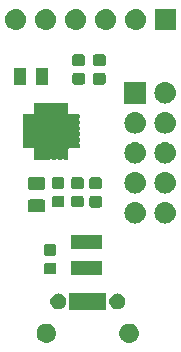
<source format=gbr>
G04 #@! TF.GenerationSoftware,KiCad,Pcbnew,(5.1.2)-1*
G04 #@! TF.CreationDate,2020-05-23T15:23:26+09:00*
G04 #@! TF.ProjectId,cp,63702e6b-6963-4616-945f-706362585858,v1.1*
G04 #@! TF.SameCoordinates,Original*
G04 #@! TF.FileFunction,Soldermask,Top*
G04 #@! TF.FilePolarity,Negative*
%FSLAX46Y46*%
G04 Gerber Fmt 4.6, Leading zero omitted, Abs format (unit mm)*
G04 Created by KiCad (PCBNEW (5.1.2)-1) date 2020-05-23 15:23:26*
%MOMM*%
%LPD*%
G04 APERTURE LIST*
%ADD10C,0.100000*%
G04 APERTURE END LIST*
D10*
G36*
X123701248Y-147879976D02*
G01*
X123761924Y-147885952D01*
X123917626Y-147933184D01*
X123917628Y-147933185D01*
X124061121Y-148009883D01*
X124186896Y-148113104D01*
X124290117Y-148238879D01*
X124366815Y-148382372D01*
X124366816Y-148382374D01*
X124414048Y-148538076D01*
X124429996Y-148700000D01*
X124414048Y-148861924D01*
X124366816Y-149017626D01*
X124366815Y-149017628D01*
X124290117Y-149161121D01*
X124186896Y-149286896D01*
X124061121Y-149390117D01*
X123917628Y-149466815D01*
X123917626Y-149466816D01*
X123761924Y-149514048D01*
X123701248Y-149520024D01*
X123640574Y-149526000D01*
X123559426Y-149526000D01*
X123498752Y-149520024D01*
X123438076Y-149514048D01*
X123282374Y-149466816D01*
X123282372Y-149466815D01*
X123138879Y-149390117D01*
X123013104Y-149286896D01*
X122909883Y-149161121D01*
X122833185Y-149017628D01*
X122833184Y-149017626D01*
X122785952Y-148861924D01*
X122770004Y-148700000D01*
X122785952Y-148538076D01*
X122833184Y-148382374D01*
X122833185Y-148382372D01*
X122909883Y-148238879D01*
X123013104Y-148113104D01*
X123138879Y-148009883D01*
X123282372Y-147933185D01*
X123282374Y-147933184D01*
X123438076Y-147885952D01*
X123498752Y-147879976D01*
X123559426Y-147874000D01*
X123640574Y-147874000D01*
X123701248Y-147879976D01*
X123701248Y-147879976D01*
G37*
G36*
X116701248Y-147879976D02*
G01*
X116761924Y-147885952D01*
X116917626Y-147933184D01*
X116917628Y-147933185D01*
X117061121Y-148009883D01*
X117186896Y-148113104D01*
X117290117Y-148238879D01*
X117366815Y-148382372D01*
X117366816Y-148382374D01*
X117414048Y-148538076D01*
X117429996Y-148700000D01*
X117414048Y-148861924D01*
X117366816Y-149017626D01*
X117366815Y-149017628D01*
X117290117Y-149161121D01*
X117186896Y-149286896D01*
X117061121Y-149390117D01*
X116917628Y-149466815D01*
X116917626Y-149466816D01*
X116761924Y-149514048D01*
X116701248Y-149520024D01*
X116640574Y-149526000D01*
X116559426Y-149526000D01*
X116498752Y-149520024D01*
X116438076Y-149514048D01*
X116282374Y-149466816D01*
X116282372Y-149466815D01*
X116138879Y-149390117D01*
X116013104Y-149286896D01*
X115909883Y-149161121D01*
X115833185Y-149017628D01*
X115833184Y-149017626D01*
X115785952Y-148861924D01*
X115770004Y-148700000D01*
X115785952Y-148538076D01*
X115833184Y-148382374D01*
X115833185Y-148382372D01*
X115909883Y-148238879D01*
X116013104Y-148113104D01*
X116138879Y-148009883D01*
X116282372Y-147933185D01*
X116282374Y-147933184D01*
X116438076Y-147885952D01*
X116498752Y-147879976D01*
X116559426Y-147874000D01*
X116640574Y-147874000D01*
X116701248Y-147879976D01*
X116701248Y-147879976D01*
G37*
G36*
X121651000Y-146726000D02*
G01*
X118549000Y-146726000D01*
X118549000Y-145274000D01*
X121651000Y-145274000D01*
X121651000Y-146726000D01*
X121651000Y-146726000D01*
G37*
G36*
X117732517Y-145333781D02*
G01*
X117859946Y-145372436D01*
X117977383Y-145435208D01*
X118080317Y-145519683D01*
X118164792Y-145622617D01*
X118227564Y-145740054D01*
X118266219Y-145867483D01*
X118279270Y-146000000D01*
X118266219Y-146132517D01*
X118227564Y-146259946D01*
X118164792Y-146377383D01*
X118080317Y-146480317D01*
X117977383Y-146564792D01*
X117859946Y-146627564D01*
X117732517Y-146666219D01*
X117633205Y-146676000D01*
X117566795Y-146676000D01*
X117467483Y-146666219D01*
X117340054Y-146627564D01*
X117222617Y-146564792D01*
X117119683Y-146480317D01*
X117035208Y-146377383D01*
X116972436Y-146259946D01*
X116933781Y-146132517D01*
X116920730Y-146000000D01*
X116933781Y-145867483D01*
X116972436Y-145740054D01*
X117035208Y-145622617D01*
X117119683Y-145519683D01*
X117222617Y-145435208D01*
X117340054Y-145372436D01*
X117467483Y-145333781D01*
X117566795Y-145324000D01*
X117633205Y-145324000D01*
X117732517Y-145333781D01*
X117732517Y-145333781D01*
G37*
G36*
X122732517Y-145333781D02*
G01*
X122859946Y-145372436D01*
X122977383Y-145435208D01*
X123080317Y-145519683D01*
X123164792Y-145622617D01*
X123227564Y-145740054D01*
X123266219Y-145867483D01*
X123279270Y-146000000D01*
X123266219Y-146132517D01*
X123227564Y-146259946D01*
X123164792Y-146377383D01*
X123080317Y-146480317D01*
X122977383Y-146564792D01*
X122859946Y-146627564D01*
X122732517Y-146666219D01*
X122633205Y-146676000D01*
X122566795Y-146676000D01*
X122467483Y-146666219D01*
X122340054Y-146627564D01*
X122222617Y-146564792D01*
X122119683Y-146480317D01*
X122035208Y-146377383D01*
X121972436Y-146259946D01*
X121933781Y-146132517D01*
X121920730Y-146000000D01*
X121933781Y-145867483D01*
X121972436Y-145740054D01*
X122035208Y-145622617D01*
X122119683Y-145519683D01*
X122222617Y-145435208D01*
X122340054Y-145372436D01*
X122467483Y-145333781D01*
X122566795Y-145324000D01*
X122633205Y-145324000D01*
X122732517Y-145333781D01*
X122732517Y-145333781D01*
G37*
G36*
X121296000Y-143761000D02*
G01*
X118644000Y-143761000D01*
X118644000Y-142599000D01*
X121296000Y-142599000D01*
X121296000Y-143761000D01*
X121296000Y-143761000D01*
G37*
G36*
X117299591Y-142733085D02*
G01*
X117333569Y-142743393D01*
X117364890Y-142760134D01*
X117392339Y-142782661D01*
X117414866Y-142810110D01*
X117431607Y-142841431D01*
X117441915Y-142875409D01*
X117446000Y-142916890D01*
X117446000Y-143518110D01*
X117441915Y-143559591D01*
X117431607Y-143593569D01*
X117414866Y-143624890D01*
X117392339Y-143652339D01*
X117364890Y-143674866D01*
X117333569Y-143691607D01*
X117299591Y-143701915D01*
X117258110Y-143706000D01*
X116581890Y-143706000D01*
X116540409Y-143701915D01*
X116506431Y-143691607D01*
X116475110Y-143674866D01*
X116447661Y-143652339D01*
X116425134Y-143624890D01*
X116408393Y-143593569D01*
X116398085Y-143559591D01*
X116394000Y-143518110D01*
X116394000Y-142916890D01*
X116398085Y-142875409D01*
X116408393Y-142841431D01*
X116425134Y-142810110D01*
X116447661Y-142782661D01*
X116475110Y-142760134D01*
X116506431Y-142743393D01*
X116540409Y-142733085D01*
X116581890Y-142729000D01*
X117258110Y-142729000D01*
X117299591Y-142733085D01*
X117299591Y-142733085D01*
G37*
G36*
X117299591Y-141158085D02*
G01*
X117333569Y-141168393D01*
X117364890Y-141185134D01*
X117392339Y-141207661D01*
X117414866Y-141235110D01*
X117431607Y-141266431D01*
X117441915Y-141300409D01*
X117446000Y-141341890D01*
X117446000Y-141943110D01*
X117441915Y-141984591D01*
X117431607Y-142018569D01*
X117414866Y-142049890D01*
X117392339Y-142077339D01*
X117364890Y-142099866D01*
X117333569Y-142116607D01*
X117299591Y-142126915D01*
X117258110Y-142131000D01*
X116581890Y-142131000D01*
X116540409Y-142126915D01*
X116506431Y-142116607D01*
X116475110Y-142099866D01*
X116447661Y-142077339D01*
X116425134Y-142049890D01*
X116408393Y-142018569D01*
X116398085Y-141984591D01*
X116394000Y-141943110D01*
X116394000Y-141341890D01*
X116398085Y-141300409D01*
X116408393Y-141266431D01*
X116425134Y-141235110D01*
X116447661Y-141207661D01*
X116475110Y-141185134D01*
X116506431Y-141168393D01*
X116540409Y-141158085D01*
X116581890Y-141154000D01*
X117258110Y-141154000D01*
X117299591Y-141158085D01*
X117299591Y-141158085D01*
G37*
G36*
X121296000Y-141561000D02*
G01*
X118644000Y-141561000D01*
X118644000Y-140399000D01*
X121296000Y-140399000D01*
X121296000Y-141561000D01*
X121296000Y-141561000D01*
G37*
G36*
X126750442Y-137615518D02*
G01*
X126816627Y-137622037D01*
X126986466Y-137673557D01*
X127142991Y-137757222D01*
X127178729Y-137786552D01*
X127280186Y-137869814D01*
X127356570Y-137962890D01*
X127392778Y-138007009D01*
X127476443Y-138163534D01*
X127527963Y-138333373D01*
X127545359Y-138510000D01*
X127527963Y-138686627D01*
X127476443Y-138856466D01*
X127392778Y-139012991D01*
X127363448Y-139048729D01*
X127280186Y-139150186D01*
X127178729Y-139233448D01*
X127142991Y-139262778D01*
X126986466Y-139346443D01*
X126816627Y-139397963D01*
X126750442Y-139404482D01*
X126684260Y-139411000D01*
X126595740Y-139411000D01*
X126529558Y-139404482D01*
X126463373Y-139397963D01*
X126293534Y-139346443D01*
X126137009Y-139262778D01*
X126101271Y-139233448D01*
X125999814Y-139150186D01*
X125916552Y-139048729D01*
X125887222Y-139012991D01*
X125803557Y-138856466D01*
X125752037Y-138686627D01*
X125734641Y-138510000D01*
X125752037Y-138333373D01*
X125803557Y-138163534D01*
X125887222Y-138007009D01*
X125923430Y-137962890D01*
X125999814Y-137869814D01*
X126101271Y-137786552D01*
X126137009Y-137757222D01*
X126293534Y-137673557D01*
X126463373Y-137622037D01*
X126529558Y-137615518D01*
X126595740Y-137609000D01*
X126684260Y-137609000D01*
X126750442Y-137615518D01*
X126750442Y-137615518D01*
G37*
G36*
X124210442Y-137615518D02*
G01*
X124276627Y-137622037D01*
X124446466Y-137673557D01*
X124602991Y-137757222D01*
X124638729Y-137786552D01*
X124740186Y-137869814D01*
X124816570Y-137962890D01*
X124852778Y-138007009D01*
X124936443Y-138163534D01*
X124987963Y-138333373D01*
X125005359Y-138510000D01*
X124987963Y-138686627D01*
X124936443Y-138856466D01*
X124852778Y-139012991D01*
X124823448Y-139048729D01*
X124740186Y-139150186D01*
X124638729Y-139233448D01*
X124602991Y-139262778D01*
X124446466Y-139346443D01*
X124276627Y-139397963D01*
X124210442Y-139404482D01*
X124144260Y-139411000D01*
X124055740Y-139411000D01*
X123989558Y-139404482D01*
X123923373Y-139397963D01*
X123753534Y-139346443D01*
X123597009Y-139262778D01*
X123561271Y-139233448D01*
X123459814Y-139150186D01*
X123376552Y-139048729D01*
X123347222Y-139012991D01*
X123263557Y-138856466D01*
X123212037Y-138686627D01*
X123194641Y-138510000D01*
X123212037Y-138333373D01*
X123263557Y-138163534D01*
X123347222Y-138007009D01*
X123383430Y-137962890D01*
X123459814Y-137869814D01*
X123561271Y-137786552D01*
X123597009Y-137757222D01*
X123753534Y-137673557D01*
X123923373Y-137622037D01*
X123989558Y-137615518D01*
X124055740Y-137609000D01*
X124144260Y-137609000D01*
X124210442Y-137615518D01*
X124210442Y-137615518D01*
G37*
G36*
X116344468Y-137363565D02*
G01*
X116383138Y-137375296D01*
X116418777Y-137394346D01*
X116450017Y-137419983D01*
X116475654Y-137451223D01*
X116494704Y-137486862D01*
X116506435Y-137525532D01*
X116511000Y-137571888D01*
X116511000Y-138223112D01*
X116506435Y-138269468D01*
X116494704Y-138308138D01*
X116475654Y-138343777D01*
X116450017Y-138375017D01*
X116418777Y-138400654D01*
X116383138Y-138419704D01*
X116344468Y-138431435D01*
X116298112Y-138436000D01*
X115221888Y-138436000D01*
X115175532Y-138431435D01*
X115136862Y-138419704D01*
X115101223Y-138400654D01*
X115069983Y-138375017D01*
X115044346Y-138343777D01*
X115025296Y-138308138D01*
X115013565Y-138269468D01*
X115009000Y-138223112D01*
X115009000Y-137571888D01*
X115013565Y-137525532D01*
X115025296Y-137486862D01*
X115044346Y-137451223D01*
X115069983Y-137419983D01*
X115101223Y-137394346D01*
X115136862Y-137375296D01*
X115175532Y-137363565D01*
X115221888Y-137359000D01*
X116298112Y-137359000D01*
X116344468Y-137363565D01*
X116344468Y-137363565D01*
G37*
G36*
X121139591Y-137083085D02*
G01*
X121173569Y-137093393D01*
X121204890Y-137110134D01*
X121232339Y-137132661D01*
X121254866Y-137160110D01*
X121271607Y-137191431D01*
X121281915Y-137225409D01*
X121286000Y-137266890D01*
X121286000Y-137868110D01*
X121281915Y-137909591D01*
X121271607Y-137943569D01*
X121254866Y-137974890D01*
X121232339Y-138002339D01*
X121204890Y-138024866D01*
X121173569Y-138041607D01*
X121139591Y-138051915D01*
X121098110Y-138056000D01*
X120421890Y-138056000D01*
X120380409Y-138051915D01*
X120346431Y-138041607D01*
X120315110Y-138024866D01*
X120287661Y-138002339D01*
X120265134Y-137974890D01*
X120248393Y-137943569D01*
X120238085Y-137909591D01*
X120234000Y-137868110D01*
X120234000Y-137266890D01*
X120238085Y-137225409D01*
X120248393Y-137191431D01*
X120265134Y-137160110D01*
X120287661Y-137132661D01*
X120315110Y-137110134D01*
X120346431Y-137093393D01*
X120380409Y-137083085D01*
X120421890Y-137079000D01*
X121098110Y-137079000D01*
X121139591Y-137083085D01*
X121139591Y-137083085D01*
G37*
G36*
X119599591Y-137075085D02*
G01*
X119633569Y-137085393D01*
X119664890Y-137102134D01*
X119692339Y-137124661D01*
X119714866Y-137152110D01*
X119731607Y-137183431D01*
X119741915Y-137217409D01*
X119746000Y-137258890D01*
X119746000Y-137860110D01*
X119741915Y-137901591D01*
X119731607Y-137935569D01*
X119714866Y-137966890D01*
X119692339Y-137994339D01*
X119664890Y-138016866D01*
X119633569Y-138033607D01*
X119599591Y-138043915D01*
X119558110Y-138048000D01*
X118881890Y-138048000D01*
X118840409Y-138043915D01*
X118806431Y-138033607D01*
X118775110Y-138016866D01*
X118747661Y-137994339D01*
X118725134Y-137966890D01*
X118708393Y-137935569D01*
X118698085Y-137901591D01*
X118694000Y-137860110D01*
X118694000Y-137258890D01*
X118698085Y-137217409D01*
X118708393Y-137183431D01*
X118725134Y-137152110D01*
X118747661Y-137124661D01*
X118775110Y-137102134D01*
X118806431Y-137085393D01*
X118840409Y-137075085D01*
X118881890Y-137071000D01*
X119558110Y-137071000D01*
X119599591Y-137075085D01*
X119599591Y-137075085D01*
G37*
G36*
X117979591Y-137071085D02*
G01*
X118013569Y-137081393D01*
X118044890Y-137098134D01*
X118072339Y-137120661D01*
X118094866Y-137148110D01*
X118111607Y-137179431D01*
X118121915Y-137213409D01*
X118126000Y-137254890D01*
X118126000Y-137856110D01*
X118121915Y-137897591D01*
X118111607Y-137931569D01*
X118094866Y-137962890D01*
X118072339Y-137990339D01*
X118044890Y-138012866D01*
X118013569Y-138029607D01*
X117979591Y-138039915D01*
X117938110Y-138044000D01*
X117261890Y-138044000D01*
X117220409Y-138039915D01*
X117186431Y-138029607D01*
X117155110Y-138012866D01*
X117127661Y-137990339D01*
X117105134Y-137962890D01*
X117088393Y-137931569D01*
X117078085Y-137897591D01*
X117074000Y-137856110D01*
X117074000Y-137254890D01*
X117078085Y-137213409D01*
X117088393Y-137179431D01*
X117105134Y-137148110D01*
X117127661Y-137120661D01*
X117155110Y-137098134D01*
X117186431Y-137081393D01*
X117220409Y-137071085D01*
X117261890Y-137067000D01*
X117938110Y-137067000D01*
X117979591Y-137071085D01*
X117979591Y-137071085D01*
G37*
G36*
X126750443Y-135075519D02*
G01*
X126816627Y-135082037D01*
X126986466Y-135133557D01*
X127142991Y-135217222D01*
X127178729Y-135246552D01*
X127280186Y-135329814D01*
X127363448Y-135431271D01*
X127392778Y-135467009D01*
X127476443Y-135623534D01*
X127527963Y-135793373D01*
X127545359Y-135970000D01*
X127527963Y-136146627D01*
X127483528Y-136293110D01*
X127476442Y-136316468D01*
X127473367Y-136322220D01*
X127392778Y-136472991D01*
X127386205Y-136481000D01*
X127280186Y-136610186D01*
X127178729Y-136693448D01*
X127142991Y-136722778D01*
X126986466Y-136806443D01*
X126816627Y-136857963D01*
X126750442Y-136864482D01*
X126684260Y-136871000D01*
X126595740Y-136871000D01*
X126529558Y-136864482D01*
X126463373Y-136857963D01*
X126293534Y-136806443D01*
X126137009Y-136722778D01*
X126101271Y-136693448D01*
X125999814Y-136610186D01*
X125893795Y-136481000D01*
X125887222Y-136472991D01*
X125806633Y-136322220D01*
X125803558Y-136316468D01*
X125796472Y-136293110D01*
X125752037Y-136146627D01*
X125734641Y-135970000D01*
X125752037Y-135793373D01*
X125803557Y-135623534D01*
X125887222Y-135467009D01*
X125916552Y-135431271D01*
X125999814Y-135329814D01*
X126101271Y-135246552D01*
X126137009Y-135217222D01*
X126293534Y-135133557D01*
X126463373Y-135082037D01*
X126529557Y-135075519D01*
X126595740Y-135069000D01*
X126684260Y-135069000D01*
X126750443Y-135075519D01*
X126750443Y-135075519D01*
G37*
G36*
X124210443Y-135075519D02*
G01*
X124276627Y-135082037D01*
X124446466Y-135133557D01*
X124602991Y-135217222D01*
X124638729Y-135246552D01*
X124740186Y-135329814D01*
X124823448Y-135431271D01*
X124852778Y-135467009D01*
X124936443Y-135623534D01*
X124987963Y-135793373D01*
X125005359Y-135970000D01*
X124987963Y-136146627D01*
X124943528Y-136293110D01*
X124936442Y-136316468D01*
X124933367Y-136322220D01*
X124852778Y-136472991D01*
X124846205Y-136481000D01*
X124740186Y-136610186D01*
X124638729Y-136693448D01*
X124602991Y-136722778D01*
X124446466Y-136806443D01*
X124276627Y-136857963D01*
X124210442Y-136864482D01*
X124144260Y-136871000D01*
X124055740Y-136871000D01*
X123989558Y-136864482D01*
X123923373Y-136857963D01*
X123753534Y-136806443D01*
X123597009Y-136722778D01*
X123561271Y-136693448D01*
X123459814Y-136610186D01*
X123353795Y-136481000D01*
X123347222Y-136472991D01*
X123266633Y-136322220D01*
X123263558Y-136316468D01*
X123256472Y-136293110D01*
X123212037Y-136146627D01*
X123194641Y-135970000D01*
X123212037Y-135793373D01*
X123263557Y-135623534D01*
X123347222Y-135467009D01*
X123376552Y-135431271D01*
X123459814Y-135329814D01*
X123561271Y-135246552D01*
X123597009Y-135217222D01*
X123753534Y-135133557D01*
X123923373Y-135082037D01*
X123989557Y-135075519D01*
X124055740Y-135069000D01*
X124144260Y-135069000D01*
X124210443Y-135075519D01*
X124210443Y-135075519D01*
G37*
G36*
X116344468Y-135488565D02*
G01*
X116383138Y-135500296D01*
X116418777Y-135519346D01*
X116450017Y-135544983D01*
X116475654Y-135576223D01*
X116494704Y-135611862D01*
X116506435Y-135650532D01*
X116511000Y-135696888D01*
X116511000Y-136348112D01*
X116506435Y-136394468D01*
X116494704Y-136433138D01*
X116475654Y-136468777D01*
X116450017Y-136500017D01*
X116418777Y-136525654D01*
X116383138Y-136544704D01*
X116344468Y-136556435D01*
X116298112Y-136561000D01*
X115221888Y-136561000D01*
X115175532Y-136556435D01*
X115136862Y-136544704D01*
X115101223Y-136525654D01*
X115069983Y-136500017D01*
X115044346Y-136468777D01*
X115025296Y-136433138D01*
X115013565Y-136394468D01*
X115009000Y-136348112D01*
X115009000Y-135696888D01*
X115013565Y-135650532D01*
X115025296Y-135611862D01*
X115044346Y-135576223D01*
X115069983Y-135544983D01*
X115101223Y-135519346D01*
X115136862Y-135500296D01*
X115175532Y-135488565D01*
X115221888Y-135484000D01*
X116298112Y-135484000D01*
X116344468Y-135488565D01*
X116344468Y-135488565D01*
G37*
G36*
X121139591Y-135508085D02*
G01*
X121173569Y-135518393D01*
X121204890Y-135535134D01*
X121232339Y-135557661D01*
X121254866Y-135585110D01*
X121271607Y-135616431D01*
X121281915Y-135650409D01*
X121286000Y-135691890D01*
X121286000Y-136293110D01*
X121281915Y-136334591D01*
X121271607Y-136368569D01*
X121254866Y-136399890D01*
X121232339Y-136427339D01*
X121204890Y-136449866D01*
X121173569Y-136466607D01*
X121139591Y-136476915D01*
X121098110Y-136481000D01*
X120421890Y-136481000D01*
X120380409Y-136476915D01*
X120346431Y-136466607D01*
X120315110Y-136449866D01*
X120287661Y-136427339D01*
X120265134Y-136399890D01*
X120248393Y-136368569D01*
X120238085Y-136334591D01*
X120234000Y-136293110D01*
X120234000Y-135691890D01*
X120238085Y-135650409D01*
X120248393Y-135616431D01*
X120265134Y-135585110D01*
X120287661Y-135557661D01*
X120315110Y-135535134D01*
X120346431Y-135518393D01*
X120380409Y-135508085D01*
X120421890Y-135504000D01*
X121098110Y-135504000D01*
X121139591Y-135508085D01*
X121139591Y-135508085D01*
G37*
G36*
X119599591Y-135500085D02*
G01*
X119633569Y-135510393D01*
X119664890Y-135527134D01*
X119692339Y-135549661D01*
X119714866Y-135577110D01*
X119731607Y-135608431D01*
X119741915Y-135642409D01*
X119746000Y-135683890D01*
X119746000Y-136285110D01*
X119741915Y-136326591D01*
X119731607Y-136360569D01*
X119714866Y-136391890D01*
X119692339Y-136419339D01*
X119664890Y-136441866D01*
X119633569Y-136458607D01*
X119599591Y-136468915D01*
X119558110Y-136473000D01*
X118881890Y-136473000D01*
X118840409Y-136468915D01*
X118806431Y-136458607D01*
X118775110Y-136441866D01*
X118747661Y-136419339D01*
X118725134Y-136391890D01*
X118708393Y-136360569D01*
X118698085Y-136326591D01*
X118694000Y-136285110D01*
X118694000Y-135683890D01*
X118698085Y-135642409D01*
X118708393Y-135608431D01*
X118725134Y-135577110D01*
X118747661Y-135549661D01*
X118775110Y-135527134D01*
X118806431Y-135510393D01*
X118840409Y-135500085D01*
X118881890Y-135496000D01*
X119558110Y-135496000D01*
X119599591Y-135500085D01*
X119599591Y-135500085D01*
G37*
G36*
X117979591Y-135496085D02*
G01*
X118013569Y-135506393D01*
X118044890Y-135523134D01*
X118072339Y-135545661D01*
X118094866Y-135573110D01*
X118111607Y-135604431D01*
X118121915Y-135638409D01*
X118126000Y-135679890D01*
X118126000Y-136281110D01*
X118121915Y-136322591D01*
X118111607Y-136356569D01*
X118094866Y-136387890D01*
X118072339Y-136415339D01*
X118044890Y-136437866D01*
X118013569Y-136454607D01*
X117979591Y-136464915D01*
X117938110Y-136469000D01*
X117261890Y-136469000D01*
X117220409Y-136464915D01*
X117186431Y-136454607D01*
X117155110Y-136437866D01*
X117127661Y-136415339D01*
X117105134Y-136387890D01*
X117088393Y-136356569D01*
X117078085Y-136322591D01*
X117074000Y-136281110D01*
X117074000Y-135679890D01*
X117078085Y-135638409D01*
X117088393Y-135604431D01*
X117105134Y-135573110D01*
X117127661Y-135545661D01*
X117155110Y-135523134D01*
X117186431Y-135506393D01*
X117220409Y-135496085D01*
X117261890Y-135492000D01*
X117938110Y-135492000D01*
X117979591Y-135496085D01*
X117979591Y-135496085D01*
G37*
G36*
X126750442Y-132535518D02*
G01*
X126816627Y-132542037D01*
X126986466Y-132593557D01*
X126986468Y-132593558D01*
X127064729Y-132635390D01*
X127142991Y-132677222D01*
X127160013Y-132691192D01*
X127280186Y-132789814D01*
X127363448Y-132891271D01*
X127392778Y-132927009D01*
X127476443Y-133083534D01*
X127527963Y-133253373D01*
X127545359Y-133430000D01*
X127527963Y-133606627D01*
X127476443Y-133776466D01*
X127392778Y-133932991D01*
X127381547Y-133946676D01*
X127280186Y-134070186D01*
X127178729Y-134153448D01*
X127142991Y-134182778D01*
X126986466Y-134266443D01*
X126816627Y-134317963D01*
X126750443Y-134324481D01*
X126684260Y-134331000D01*
X126595740Y-134331000D01*
X126529557Y-134324481D01*
X126463373Y-134317963D01*
X126293534Y-134266443D01*
X126137009Y-134182778D01*
X126101271Y-134153448D01*
X125999814Y-134070186D01*
X125898453Y-133946676D01*
X125887222Y-133932991D01*
X125803557Y-133776466D01*
X125752037Y-133606627D01*
X125734641Y-133430000D01*
X125752037Y-133253373D01*
X125803557Y-133083534D01*
X125887222Y-132927009D01*
X125916552Y-132891271D01*
X125999814Y-132789814D01*
X126119987Y-132691192D01*
X126137009Y-132677222D01*
X126215272Y-132635389D01*
X126293532Y-132593558D01*
X126293534Y-132593557D01*
X126463373Y-132542037D01*
X126529558Y-132535518D01*
X126595740Y-132529000D01*
X126684260Y-132529000D01*
X126750442Y-132535518D01*
X126750442Y-132535518D01*
G37*
G36*
X124210442Y-132535518D02*
G01*
X124276627Y-132542037D01*
X124446466Y-132593557D01*
X124446468Y-132593558D01*
X124524729Y-132635390D01*
X124602991Y-132677222D01*
X124620013Y-132691192D01*
X124740186Y-132789814D01*
X124823448Y-132891271D01*
X124852778Y-132927009D01*
X124936443Y-133083534D01*
X124987963Y-133253373D01*
X125005359Y-133430000D01*
X124987963Y-133606627D01*
X124936443Y-133776466D01*
X124852778Y-133932991D01*
X124841547Y-133946676D01*
X124740186Y-134070186D01*
X124638729Y-134153448D01*
X124602991Y-134182778D01*
X124446466Y-134266443D01*
X124276627Y-134317963D01*
X124210443Y-134324481D01*
X124144260Y-134331000D01*
X124055740Y-134331000D01*
X123989557Y-134324481D01*
X123923373Y-134317963D01*
X123753534Y-134266443D01*
X123597009Y-134182778D01*
X123561271Y-134153448D01*
X123459814Y-134070186D01*
X123358453Y-133946676D01*
X123347222Y-133932991D01*
X123263557Y-133776466D01*
X123212037Y-133606627D01*
X123194641Y-133430000D01*
X123212037Y-133253373D01*
X123263557Y-133083534D01*
X123347222Y-132927009D01*
X123376552Y-132891271D01*
X123459814Y-132789814D01*
X123579987Y-132691192D01*
X123597009Y-132677222D01*
X123675272Y-132635389D01*
X123753532Y-132593558D01*
X123753534Y-132593557D01*
X123923373Y-132542037D01*
X123989558Y-132535518D01*
X124055740Y-132529000D01*
X124144260Y-132529000D01*
X124210442Y-132535518D01*
X124210442Y-132535518D01*
G37*
G36*
X115905355Y-129200083D02*
G01*
X115910029Y-129201501D01*
X115914330Y-129203800D01*
X115920702Y-129209029D01*
X115941076Y-129222643D01*
X115963715Y-129232020D01*
X115987749Y-129236800D01*
X116012253Y-129236800D01*
X116036286Y-129232019D01*
X116058925Y-129222642D01*
X116079298Y-129209029D01*
X116085670Y-129203800D01*
X116089971Y-129201501D01*
X116094645Y-129200083D01*
X116105641Y-129199000D01*
X116394359Y-129199000D01*
X116405355Y-129200083D01*
X116410029Y-129201501D01*
X116414330Y-129203800D01*
X116420702Y-129209029D01*
X116441076Y-129222643D01*
X116463715Y-129232020D01*
X116487749Y-129236800D01*
X116512253Y-129236800D01*
X116536286Y-129232019D01*
X116558925Y-129222642D01*
X116579298Y-129209029D01*
X116585670Y-129203800D01*
X116589971Y-129201501D01*
X116594645Y-129200083D01*
X116605641Y-129199000D01*
X116894359Y-129199000D01*
X116905355Y-129200083D01*
X116910029Y-129201501D01*
X116914330Y-129203800D01*
X116920702Y-129209029D01*
X116941076Y-129222643D01*
X116963715Y-129232020D01*
X116987749Y-129236800D01*
X117012253Y-129236800D01*
X117036286Y-129232019D01*
X117058925Y-129222642D01*
X117079298Y-129209029D01*
X117085670Y-129203800D01*
X117089971Y-129201501D01*
X117094645Y-129200083D01*
X117105641Y-129199000D01*
X117394359Y-129199000D01*
X117405355Y-129200083D01*
X117410029Y-129201501D01*
X117414330Y-129203800D01*
X117420702Y-129209029D01*
X117441076Y-129222643D01*
X117463715Y-129232020D01*
X117487749Y-129236800D01*
X117512253Y-129236800D01*
X117536286Y-129232019D01*
X117558925Y-129222642D01*
X117579298Y-129209029D01*
X117585670Y-129203800D01*
X117589971Y-129201501D01*
X117594645Y-129200083D01*
X117605641Y-129199000D01*
X117894359Y-129199000D01*
X117905355Y-129200083D01*
X117910029Y-129201501D01*
X117914330Y-129203800D01*
X117920702Y-129209029D01*
X117941076Y-129222643D01*
X117963715Y-129232020D01*
X117987749Y-129236800D01*
X118012253Y-129236800D01*
X118036286Y-129232019D01*
X118058925Y-129222642D01*
X118079298Y-129209029D01*
X118085670Y-129203800D01*
X118089971Y-129201501D01*
X118094645Y-129200083D01*
X118105641Y-129199000D01*
X118394359Y-129199000D01*
X118405355Y-129200083D01*
X118410029Y-129201501D01*
X118414331Y-129203800D01*
X118418104Y-129206896D01*
X118421200Y-129210669D01*
X118423499Y-129214971D01*
X118424917Y-129219645D01*
X118426000Y-129230641D01*
X118426000Y-130049001D01*
X118428402Y-130073387D01*
X118435515Y-130096836D01*
X118447066Y-130118447D01*
X118462611Y-130137389D01*
X118481553Y-130152934D01*
X118503164Y-130164485D01*
X118526613Y-130171598D01*
X118550999Y-130174000D01*
X119369359Y-130174000D01*
X119380355Y-130175083D01*
X119385029Y-130176501D01*
X119389331Y-130178800D01*
X119393104Y-130181896D01*
X119396200Y-130185669D01*
X119398499Y-130189971D01*
X119399917Y-130194645D01*
X119401000Y-130205641D01*
X119401000Y-130494359D01*
X119399917Y-130505355D01*
X119398499Y-130510029D01*
X119396200Y-130514330D01*
X119390971Y-130520702D01*
X119377357Y-130541076D01*
X119367980Y-130563715D01*
X119363200Y-130587749D01*
X119363200Y-130612253D01*
X119367981Y-130636286D01*
X119377358Y-130658925D01*
X119390971Y-130679298D01*
X119396200Y-130685670D01*
X119398499Y-130689971D01*
X119399917Y-130694645D01*
X119401000Y-130705641D01*
X119401000Y-130994359D01*
X119399917Y-131005355D01*
X119398499Y-131010029D01*
X119396200Y-131014330D01*
X119390971Y-131020702D01*
X119377357Y-131041076D01*
X119367980Y-131063715D01*
X119363200Y-131087749D01*
X119363200Y-131112253D01*
X119367981Y-131136286D01*
X119377358Y-131158925D01*
X119390971Y-131179298D01*
X119396200Y-131185670D01*
X119398499Y-131189971D01*
X119399917Y-131194645D01*
X119401000Y-131205641D01*
X119401000Y-131494359D01*
X119399917Y-131505355D01*
X119398499Y-131510029D01*
X119396200Y-131514330D01*
X119390971Y-131520702D01*
X119377357Y-131541076D01*
X119367980Y-131563715D01*
X119363200Y-131587749D01*
X119363200Y-131612253D01*
X119367981Y-131636286D01*
X119377358Y-131658925D01*
X119390971Y-131679298D01*
X119396200Y-131685670D01*
X119398499Y-131689971D01*
X119399917Y-131694645D01*
X119401000Y-131705641D01*
X119401000Y-131994359D01*
X119399917Y-132005355D01*
X119398499Y-132010029D01*
X119396200Y-132014330D01*
X119390971Y-132020702D01*
X119377357Y-132041076D01*
X119367980Y-132063715D01*
X119363200Y-132087749D01*
X119363200Y-132112253D01*
X119367981Y-132136286D01*
X119377358Y-132158925D01*
X119390971Y-132179298D01*
X119396200Y-132185670D01*
X119398499Y-132189971D01*
X119399917Y-132194645D01*
X119401000Y-132205641D01*
X119401000Y-132494359D01*
X119399917Y-132505355D01*
X119398499Y-132510029D01*
X119396200Y-132514330D01*
X119390971Y-132520702D01*
X119377357Y-132541076D01*
X119367980Y-132563715D01*
X119363200Y-132587749D01*
X119363200Y-132612253D01*
X119367981Y-132636286D01*
X119377358Y-132658925D01*
X119390971Y-132679298D01*
X119396200Y-132685670D01*
X119398499Y-132689971D01*
X119399917Y-132694645D01*
X119401000Y-132705641D01*
X119401000Y-132994359D01*
X119399917Y-133005355D01*
X119398499Y-133010029D01*
X119396200Y-133014331D01*
X119393104Y-133018104D01*
X119389331Y-133021200D01*
X119385029Y-133023499D01*
X119380355Y-133024917D01*
X119369359Y-133026000D01*
X118550999Y-133026000D01*
X118526613Y-133028402D01*
X118503164Y-133035515D01*
X118481553Y-133047066D01*
X118462611Y-133062611D01*
X118447066Y-133081553D01*
X118435515Y-133103164D01*
X118428402Y-133126613D01*
X118426000Y-133150999D01*
X118426000Y-133969359D01*
X118424917Y-133980355D01*
X118423499Y-133985029D01*
X118421200Y-133989331D01*
X118418104Y-133993104D01*
X118414331Y-133996200D01*
X118410029Y-133998499D01*
X118405355Y-133999917D01*
X118394359Y-134001000D01*
X118105641Y-134001000D01*
X118094645Y-133999917D01*
X118089971Y-133998499D01*
X118085670Y-133996200D01*
X118079298Y-133990971D01*
X118058924Y-133977357D01*
X118036285Y-133967980D01*
X118012251Y-133963200D01*
X117987747Y-133963200D01*
X117963714Y-133967981D01*
X117941075Y-133977358D01*
X117920702Y-133990971D01*
X117914330Y-133996200D01*
X117910029Y-133998499D01*
X117905355Y-133999917D01*
X117894359Y-134001000D01*
X117605641Y-134001000D01*
X117594645Y-133999917D01*
X117589971Y-133998499D01*
X117585670Y-133996200D01*
X117579298Y-133990971D01*
X117558924Y-133977357D01*
X117536285Y-133967980D01*
X117512251Y-133963200D01*
X117487747Y-133963200D01*
X117463714Y-133967981D01*
X117441075Y-133977358D01*
X117420702Y-133990971D01*
X117414330Y-133996200D01*
X117410029Y-133998499D01*
X117405355Y-133999917D01*
X117394359Y-134001000D01*
X117105641Y-134001000D01*
X117094645Y-133999917D01*
X117089971Y-133998499D01*
X117085670Y-133996200D01*
X117079298Y-133990971D01*
X117058924Y-133977357D01*
X117036285Y-133967980D01*
X117012251Y-133963200D01*
X116987747Y-133963200D01*
X116963714Y-133967981D01*
X116941075Y-133977358D01*
X116920702Y-133990971D01*
X116914330Y-133996200D01*
X116910029Y-133998499D01*
X116905355Y-133999917D01*
X116894359Y-134001000D01*
X116605641Y-134001000D01*
X116594645Y-133999917D01*
X116589971Y-133998499D01*
X116585670Y-133996200D01*
X116579298Y-133990971D01*
X116558924Y-133977357D01*
X116536285Y-133967980D01*
X116512251Y-133963200D01*
X116487747Y-133963200D01*
X116463714Y-133967981D01*
X116441075Y-133977358D01*
X116420702Y-133990971D01*
X116414330Y-133996200D01*
X116410029Y-133998499D01*
X116405355Y-133999917D01*
X116394359Y-134001000D01*
X116105641Y-134001000D01*
X116094645Y-133999917D01*
X116089971Y-133998499D01*
X116085670Y-133996200D01*
X116079298Y-133990971D01*
X116058924Y-133977357D01*
X116036285Y-133967980D01*
X116012251Y-133963200D01*
X115987747Y-133963200D01*
X115963714Y-133967981D01*
X115941075Y-133977358D01*
X115920702Y-133990971D01*
X115914330Y-133996200D01*
X115910029Y-133998499D01*
X115905355Y-133999917D01*
X115894359Y-134001000D01*
X115605641Y-134001000D01*
X115594645Y-133999917D01*
X115589971Y-133998499D01*
X115585669Y-133996200D01*
X115581896Y-133993104D01*
X115578800Y-133989331D01*
X115576501Y-133985029D01*
X115575083Y-133980355D01*
X115574000Y-133969359D01*
X115574000Y-133150999D01*
X115571598Y-133126613D01*
X115564485Y-133103164D01*
X115552934Y-133081553D01*
X115537389Y-133062611D01*
X115518447Y-133047066D01*
X115496836Y-133035515D01*
X115473387Y-133028402D01*
X115449001Y-133026000D01*
X114630641Y-133026000D01*
X114619645Y-133024917D01*
X114614971Y-133023499D01*
X114610669Y-133021200D01*
X114606896Y-133018104D01*
X114603800Y-133014331D01*
X114601501Y-133010029D01*
X114600083Y-133005355D01*
X114599000Y-132994359D01*
X114599000Y-132705641D01*
X114600083Y-132694645D01*
X114601501Y-132689971D01*
X114603800Y-132685670D01*
X114609029Y-132679298D01*
X114622643Y-132658924D01*
X114632020Y-132636285D01*
X114636800Y-132612251D01*
X114636800Y-132587747D01*
X114632019Y-132563714D01*
X114622642Y-132541075D01*
X114609029Y-132520702D01*
X114603800Y-132514330D01*
X114601501Y-132510029D01*
X114600083Y-132505355D01*
X114599000Y-132494359D01*
X114599000Y-132205641D01*
X114600083Y-132194645D01*
X114601501Y-132189971D01*
X114603800Y-132185670D01*
X114609029Y-132179298D01*
X114622643Y-132158924D01*
X114632020Y-132136285D01*
X114636800Y-132112251D01*
X114636800Y-132087747D01*
X114632019Y-132063714D01*
X114622642Y-132041075D01*
X114609029Y-132020702D01*
X114603800Y-132014330D01*
X114601501Y-132010029D01*
X114600083Y-132005355D01*
X114599000Y-131994359D01*
X114599000Y-131705641D01*
X114600083Y-131694645D01*
X114601501Y-131689971D01*
X114603800Y-131685670D01*
X114609029Y-131679298D01*
X114622643Y-131658924D01*
X114632020Y-131636285D01*
X114636800Y-131612251D01*
X114636800Y-131587747D01*
X114632019Y-131563714D01*
X114622642Y-131541075D01*
X114609029Y-131520702D01*
X114603800Y-131514330D01*
X114601501Y-131510029D01*
X114600083Y-131505355D01*
X114599000Y-131494359D01*
X114599000Y-131205641D01*
X114600083Y-131194645D01*
X114601501Y-131189971D01*
X114603800Y-131185670D01*
X114609029Y-131179298D01*
X114622643Y-131158924D01*
X114632020Y-131136285D01*
X114636800Y-131112251D01*
X114636800Y-131087747D01*
X114632019Y-131063714D01*
X114622642Y-131041075D01*
X114609029Y-131020702D01*
X114603800Y-131014330D01*
X114601501Y-131010029D01*
X114600083Y-131005355D01*
X114599000Y-130994359D01*
X114599000Y-130705641D01*
X114600083Y-130694645D01*
X114601501Y-130689971D01*
X114603800Y-130685670D01*
X114609029Y-130679298D01*
X114622643Y-130658924D01*
X114632020Y-130636285D01*
X114636800Y-130612251D01*
X114636800Y-130587747D01*
X114632019Y-130563714D01*
X114622642Y-130541075D01*
X114609029Y-130520702D01*
X114603800Y-130514330D01*
X114601501Y-130510029D01*
X114600083Y-130505355D01*
X114599000Y-130494359D01*
X114599000Y-130205641D01*
X114600083Y-130194645D01*
X114601501Y-130189971D01*
X114603800Y-130185669D01*
X114606896Y-130181896D01*
X114610669Y-130178800D01*
X114614971Y-130176501D01*
X114619645Y-130175083D01*
X114630641Y-130174000D01*
X115449001Y-130174000D01*
X115473387Y-130171598D01*
X115496836Y-130164485D01*
X115518447Y-130152934D01*
X115537389Y-130137389D01*
X115552934Y-130118447D01*
X115564485Y-130096836D01*
X115571598Y-130073387D01*
X115574000Y-130049001D01*
X115574000Y-129230641D01*
X115575083Y-129219645D01*
X115576501Y-129214971D01*
X115578800Y-129210669D01*
X115581896Y-129206896D01*
X115585669Y-129203800D01*
X115589971Y-129201501D01*
X115594645Y-129200083D01*
X115605641Y-129199000D01*
X115894359Y-129199000D01*
X115905355Y-129200083D01*
X115905355Y-129200083D01*
G37*
G36*
X124210442Y-129995518D02*
G01*
X124276627Y-130002037D01*
X124446466Y-130053557D01*
X124602991Y-130137222D01*
X124603194Y-130137389D01*
X124740186Y-130249814D01*
X124801967Y-130325096D01*
X124852778Y-130387009D01*
X124936443Y-130543534D01*
X124987963Y-130713373D01*
X125005359Y-130890000D01*
X124987963Y-131066627D01*
X124936443Y-131236466D01*
X124852778Y-131392991D01*
X124823448Y-131428729D01*
X124740186Y-131530186D01*
X124670044Y-131587749D01*
X124602991Y-131642778D01*
X124446466Y-131726443D01*
X124276627Y-131777963D01*
X124210442Y-131784482D01*
X124144260Y-131791000D01*
X124055740Y-131791000D01*
X123989558Y-131784482D01*
X123923373Y-131777963D01*
X123753534Y-131726443D01*
X123597009Y-131642778D01*
X123529956Y-131587749D01*
X123459814Y-131530186D01*
X123376552Y-131428729D01*
X123347222Y-131392991D01*
X123263557Y-131236466D01*
X123212037Y-131066627D01*
X123194641Y-130890000D01*
X123212037Y-130713373D01*
X123263557Y-130543534D01*
X123347222Y-130387009D01*
X123398033Y-130325096D01*
X123459814Y-130249814D01*
X123596806Y-130137389D01*
X123597009Y-130137222D01*
X123753534Y-130053557D01*
X123923373Y-130002037D01*
X123989558Y-129995518D01*
X124055740Y-129989000D01*
X124144260Y-129989000D01*
X124210442Y-129995518D01*
X124210442Y-129995518D01*
G37*
G36*
X126750442Y-129995518D02*
G01*
X126816627Y-130002037D01*
X126986466Y-130053557D01*
X127142991Y-130137222D01*
X127143194Y-130137389D01*
X127280186Y-130249814D01*
X127341967Y-130325096D01*
X127392778Y-130387009D01*
X127476443Y-130543534D01*
X127527963Y-130713373D01*
X127545359Y-130890000D01*
X127527963Y-131066627D01*
X127476443Y-131236466D01*
X127392778Y-131392991D01*
X127363448Y-131428729D01*
X127280186Y-131530186D01*
X127210044Y-131587749D01*
X127142991Y-131642778D01*
X126986466Y-131726443D01*
X126816627Y-131777963D01*
X126750442Y-131784482D01*
X126684260Y-131791000D01*
X126595740Y-131791000D01*
X126529558Y-131784482D01*
X126463373Y-131777963D01*
X126293534Y-131726443D01*
X126137009Y-131642778D01*
X126069956Y-131587749D01*
X125999814Y-131530186D01*
X125916552Y-131428729D01*
X125887222Y-131392991D01*
X125803557Y-131236466D01*
X125752037Y-131066627D01*
X125734641Y-130890000D01*
X125752037Y-130713373D01*
X125803557Y-130543534D01*
X125887222Y-130387009D01*
X125938033Y-130325096D01*
X125999814Y-130249814D01*
X126136806Y-130137389D01*
X126137009Y-130137222D01*
X126293534Y-130053557D01*
X126463373Y-130002037D01*
X126529558Y-129995518D01*
X126595740Y-129989000D01*
X126684260Y-129989000D01*
X126750442Y-129995518D01*
X126750442Y-129995518D01*
G37*
G36*
X126750443Y-127455519D02*
G01*
X126816627Y-127462037D01*
X126986466Y-127513557D01*
X127142991Y-127597222D01*
X127177335Y-127625408D01*
X127280186Y-127709814D01*
X127363448Y-127811271D01*
X127392778Y-127847009D01*
X127476443Y-128003534D01*
X127527963Y-128173373D01*
X127545359Y-128350000D01*
X127527963Y-128526627D01*
X127476443Y-128696466D01*
X127392778Y-128852991D01*
X127363448Y-128888729D01*
X127280186Y-128990186D01*
X127178729Y-129073448D01*
X127142991Y-129102778D01*
X126986466Y-129186443D01*
X126816627Y-129237963D01*
X126750443Y-129244481D01*
X126684260Y-129251000D01*
X126595740Y-129251000D01*
X126529557Y-129244481D01*
X126463373Y-129237963D01*
X126293534Y-129186443D01*
X126137009Y-129102778D01*
X126101271Y-129073448D01*
X125999814Y-128990186D01*
X125916552Y-128888729D01*
X125887222Y-128852991D01*
X125803557Y-128696466D01*
X125752037Y-128526627D01*
X125734641Y-128350000D01*
X125752037Y-128173373D01*
X125803557Y-128003534D01*
X125887222Y-127847009D01*
X125916552Y-127811271D01*
X125999814Y-127709814D01*
X126102665Y-127625408D01*
X126137009Y-127597222D01*
X126293534Y-127513557D01*
X126463373Y-127462037D01*
X126529557Y-127455519D01*
X126595740Y-127449000D01*
X126684260Y-127449000D01*
X126750443Y-127455519D01*
X126750443Y-127455519D01*
G37*
G36*
X125001000Y-129251000D02*
G01*
X123199000Y-129251000D01*
X123199000Y-127449000D01*
X125001000Y-127449000D01*
X125001000Y-129251000D01*
X125001000Y-129251000D01*
G37*
G36*
X116601468Y-126213565D02*
G01*
X116640138Y-126225296D01*
X116675777Y-126244346D01*
X116707017Y-126269983D01*
X116732654Y-126301223D01*
X116751704Y-126336862D01*
X116763435Y-126375532D01*
X116768000Y-126421888D01*
X116768000Y-127498112D01*
X116763435Y-127544468D01*
X116751704Y-127583138D01*
X116732654Y-127618777D01*
X116707017Y-127650017D01*
X116675777Y-127675654D01*
X116640138Y-127694704D01*
X116601468Y-127706435D01*
X116555112Y-127711000D01*
X115903888Y-127711000D01*
X115857532Y-127706435D01*
X115818862Y-127694704D01*
X115783223Y-127675654D01*
X115751983Y-127650017D01*
X115726346Y-127618777D01*
X115707296Y-127583138D01*
X115695565Y-127544468D01*
X115691000Y-127498112D01*
X115691000Y-126421888D01*
X115695565Y-126375532D01*
X115707296Y-126336862D01*
X115726346Y-126301223D01*
X115751983Y-126269983D01*
X115783223Y-126244346D01*
X115818862Y-126225296D01*
X115857532Y-126213565D01*
X115903888Y-126209000D01*
X116555112Y-126209000D01*
X116601468Y-126213565D01*
X116601468Y-126213565D01*
G37*
G36*
X114726468Y-126213565D02*
G01*
X114765138Y-126225296D01*
X114800777Y-126244346D01*
X114832017Y-126269983D01*
X114857654Y-126301223D01*
X114876704Y-126336862D01*
X114888435Y-126375532D01*
X114893000Y-126421888D01*
X114893000Y-127498112D01*
X114888435Y-127544468D01*
X114876704Y-127583138D01*
X114857654Y-127618777D01*
X114832017Y-127650017D01*
X114800777Y-127675654D01*
X114765138Y-127694704D01*
X114726468Y-127706435D01*
X114680112Y-127711000D01*
X114028888Y-127711000D01*
X113982532Y-127706435D01*
X113943862Y-127694704D01*
X113908223Y-127675654D01*
X113876983Y-127650017D01*
X113851346Y-127618777D01*
X113832296Y-127583138D01*
X113820565Y-127544468D01*
X113816000Y-127498112D01*
X113816000Y-126421888D01*
X113820565Y-126375532D01*
X113832296Y-126336862D01*
X113851346Y-126301223D01*
X113876983Y-126269983D01*
X113908223Y-126244346D01*
X113943862Y-126225296D01*
X113982532Y-126213565D01*
X114028888Y-126209000D01*
X114680112Y-126209000D01*
X114726468Y-126213565D01*
X114726468Y-126213565D01*
G37*
G36*
X121459591Y-126671085D02*
G01*
X121493569Y-126681393D01*
X121524890Y-126698134D01*
X121552339Y-126720661D01*
X121574866Y-126748110D01*
X121591607Y-126779431D01*
X121601915Y-126813409D01*
X121606000Y-126854890D01*
X121606000Y-127456110D01*
X121601915Y-127497591D01*
X121591607Y-127531569D01*
X121574866Y-127562890D01*
X121552339Y-127590339D01*
X121524890Y-127612866D01*
X121493569Y-127629607D01*
X121459591Y-127639915D01*
X121418110Y-127644000D01*
X120741890Y-127644000D01*
X120700409Y-127639915D01*
X120666431Y-127629607D01*
X120635110Y-127612866D01*
X120607661Y-127590339D01*
X120585134Y-127562890D01*
X120568393Y-127531569D01*
X120558085Y-127497591D01*
X120554000Y-127456110D01*
X120554000Y-126854890D01*
X120558085Y-126813409D01*
X120568393Y-126779431D01*
X120585134Y-126748110D01*
X120607661Y-126720661D01*
X120635110Y-126698134D01*
X120666431Y-126681393D01*
X120700409Y-126671085D01*
X120741890Y-126667000D01*
X121418110Y-126667000D01*
X121459591Y-126671085D01*
X121459591Y-126671085D01*
G37*
G36*
X119699591Y-126671085D02*
G01*
X119733569Y-126681393D01*
X119764890Y-126698134D01*
X119792339Y-126720661D01*
X119814866Y-126748110D01*
X119831607Y-126779431D01*
X119841915Y-126813409D01*
X119846000Y-126854890D01*
X119846000Y-127456110D01*
X119841915Y-127497591D01*
X119831607Y-127531569D01*
X119814866Y-127562890D01*
X119792339Y-127590339D01*
X119764890Y-127612866D01*
X119733569Y-127629607D01*
X119699591Y-127639915D01*
X119658110Y-127644000D01*
X118981890Y-127644000D01*
X118940409Y-127639915D01*
X118906431Y-127629607D01*
X118875110Y-127612866D01*
X118847661Y-127590339D01*
X118825134Y-127562890D01*
X118808393Y-127531569D01*
X118798085Y-127497591D01*
X118794000Y-127456110D01*
X118794000Y-126854890D01*
X118798085Y-126813409D01*
X118808393Y-126779431D01*
X118825134Y-126748110D01*
X118847661Y-126720661D01*
X118875110Y-126698134D01*
X118906431Y-126681393D01*
X118940409Y-126671085D01*
X118981890Y-126667000D01*
X119658110Y-126667000D01*
X119699591Y-126671085D01*
X119699591Y-126671085D01*
G37*
G36*
X119699591Y-125096085D02*
G01*
X119733569Y-125106393D01*
X119764890Y-125123134D01*
X119792339Y-125145661D01*
X119814866Y-125173110D01*
X119831607Y-125204431D01*
X119841915Y-125238409D01*
X119846000Y-125279890D01*
X119846000Y-125881110D01*
X119841915Y-125922591D01*
X119831607Y-125956569D01*
X119814866Y-125987890D01*
X119792339Y-126015339D01*
X119764890Y-126037866D01*
X119733569Y-126054607D01*
X119699591Y-126064915D01*
X119658110Y-126069000D01*
X118981890Y-126069000D01*
X118940409Y-126064915D01*
X118906431Y-126054607D01*
X118875110Y-126037866D01*
X118847661Y-126015339D01*
X118825134Y-125987890D01*
X118808393Y-125956569D01*
X118798085Y-125922591D01*
X118794000Y-125881110D01*
X118794000Y-125279890D01*
X118798085Y-125238409D01*
X118808393Y-125204431D01*
X118825134Y-125173110D01*
X118847661Y-125145661D01*
X118875110Y-125123134D01*
X118906431Y-125106393D01*
X118940409Y-125096085D01*
X118981890Y-125092000D01*
X119658110Y-125092000D01*
X119699591Y-125096085D01*
X119699591Y-125096085D01*
G37*
G36*
X121459591Y-125096085D02*
G01*
X121493569Y-125106393D01*
X121524890Y-125123134D01*
X121552339Y-125145661D01*
X121574866Y-125173110D01*
X121591607Y-125204431D01*
X121601915Y-125238409D01*
X121606000Y-125279890D01*
X121606000Y-125881110D01*
X121601915Y-125922591D01*
X121591607Y-125956569D01*
X121574866Y-125987890D01*
X121552339Y-126015339D01*
X121524890Y-126037866D01*
X121493569Y-126054607D01*
X121459591Y-126064915D01*
X121418110Y-126069000D01*
X120741890Y-126069000D01*
X120700409Y-126064915D01*
X120666431Y-126054607D01*
X120635110Y-126037866D01*
X120607661Y-126015339D01*
X120585134Y-125987890D01*
X120568393Y-125956569D01*
X120558085Y-125922591D01*
X120554000Y-125881110D01*
X120554000Y-125279890D01*
X120558085Y-125238409D01*
X120568393Y-125204431D01*
X120585134Y-125173110D01*
X120607661Y-125145661D01*
X120635110Y-125123134D01*
X120666431Y-125106393D01*
X120700409Y-125096085D01*
X120741890Y-125092000D01*
X121418110Y-125092000D01*
X121459591Y-125096085D01*
X121459591Y-125096085D01*
G37*
G36*
X114100442Y-121235518D02*
G01*
X114166627Y-121242037D01*
X114336466Y-121293557D01*
X114492991Y-121377222D01*
X114528729Y-121406552D01*
X114630186Y-121489814D01*
X114713448Y-121591271D01*
X114742778Y-121627009D01*
X114826443Y-121783534D01*
X114877963Y-121953373D01*
X114895359Y-122130000D01*
X114877963Y-122306627D01*
X114826443Y-122476466D01*
X114742778Y-122632991D01*
X114713448Y-122668729D01*
X114630186Y-122770186D01*
X114528729Y-122853448D01*
X114492991Y-122882778D01*
X114336466Y-122966443D01*
X114166627Y-123017963D01*
X114100442Y-123024482D01*
X114034260Y-123031000D01*
X113945740Y-123031000D01*
X113879558Y-123024482D01*
X113813373Y-123017963D01*
X113643534Y-122966443D01*
X113487009Y-122882778D01*
X113451271Y-122853448D01*
X113349814Y-122770186D01*
X113266552Y-122668729D01*
X113237222Y-122632991D01*
X113153557Y-122476466D01*
X113102037Y-122306627D01*
X113084641Y-122130000D01*
X113102037Y-121953373D01*
X113153557Y-121783534D01*
X113237222Y-121627009D01*
X113266552Y-121591271D01*
X113349814Y-121489814D01*
X113451271Y-121406552D01*
X113487009Y-121377222D01*
X113643534Y-121293557D01*
X113813373Y-121242037D01*
X113879558Y-121235518D01*
X113945740Y-121229000D01*
X114034260Y-121229000D01*
X114100442Y-121235518D01*
X114100442Y-121235518D01*
G37*
G36*
X116640442Y-121235518D02*
G01*
X116706627Y-121242037D01*
X116876466Y-121293557D01*
X117032991Y-121377222D01*
X117068729Y-121406552D01*
X117170186Y-121489814D01*
X117253448Y-121591271D01*
X117282778Y-121627009D01*
X117366443Y-121783534D01*
X117417963Y-121953373D01*
X117435359Y-122130000D01*
X117417963Y-122306627D01*
X117366443Y-122476466D01*
X117282778Y-122632991D01*
X117253448Y-122668729D01*
X117170186Y-122770186D01*
X117068729Y-122853448D01*
X117032991Y-122882778D01*
X116876466Y-122966443D01*
X116706627Y-123017963D01*
X116640442Y-123024482D01*
X116574260Y-123031000D01*
X116485740Y-123031000D01*
X116419558Y-123024482D01*
X116353373Y-123017963D01*
X116183534Y-122966443D01*
X116027009Y-122882778D01*
X115991271Y-122853448D01*
X115889814Y-122770186D01*
X115806552Y-122668729D01*
X115777222Y-122632991D01*
X115693557Y-122476466D01*
X115642037Y-122306627D01*
X115624641Y-122130000D01*
X115642037Y-121953373D01*
X115693557Y-121783534D01*
X115777222Y-121627009D01*
X115806552Y-121591271D01*
X115889814Y-121489814D01*
X115991271Y-121406552D01*
X116027009Y-121377222D01*
X116183534Y-121293557D01*
X116353373Y-121242037D01*
X116419558Y-121235518D01*
X116485740Y-121229000D01*
X116574260Y-121229000D01*
X116640442Y-121235518D01*
X116640442Y-121235518D01*
G37*
G36*
X119180442Y-121235518D02*
G01*
X119246627Y-121242037D01*
X119416466Y-121293557D01*
X119572991Y-121377222D01*
X119608729Y-121406552D01*
X119710186Y-121489814D01*
X119793448Y-121591271D01*
X119822778Y-121627009D01*
X119906443Y-121783534D01*
X119957963Y-121953373D01*
X119975359Y-122130000D01*
X119957963Y-122306627D01*
X119906443Y-122476466D01*
X119822778Y-122632991D01*
X119793448Y-122668729D01*
X119710186Y-122770186D01*
X119608729Y-122853448D01*
X119572991Y-122882778D01*
X119416466Y-122966443D01*
X119246627Y-123017963D01*
X119180442Y-123024482D01*
X119114260Y-123031000D01*
X119025740Y-123031000D01*
X118959558Y-123024482D01*
X118893373Y-123017963D01*
X118723534Y-122966443D01*
X118567009Y-122882778D01*
X118531271Y-122853448D01*
X118429814Y-122770186D01*
X118346552Y-122668729D01*
X118317222Y-122632991D01*
X118233557Y-122476466D01*
X118182037Y-122306627D01*
X118164641Y-122130000D01*
X118182037Y-121953373D01*
X118233557Y-121783534D01*
X118317222Y-121627009D01*
X118346552Y-121591271D01*
X118429814Y-121489814D01*
X118531271Y-121406552D01*
X118567009Y-121377222D01*
X118723534Y-121293557D01*
X118893373Y-121242037D01*
X118959558Y-121235518D01*
X119025740Y-121229000D01*
X119114260Y-121229000D01*
X119180442Y-121235518D01*
X119180442Y-121235518D01*
G37*
G36*
X121720442Y-121235518D02*
G01*
X121786627Y-121242037D01*
X121956466Y-121293557D01*
X122112991Y-121377222D01*
X122148729Y-121406552D01*
X122250186Y-121489814D01*
X122333448Y-121591271D01*
X122362778Y-121627009D01*
X122446443Y-121783534D01*
X122497963Y-121953373D01*
X122515359Y-122130000D01*
X122497963Y-122306627D01*
X122446443Y-122476466D01*
X122362778Y-122632991D01*
X122333448Y-122668729D01*
X122250186Y-122770186D01*
X122148729Y-122853448D01*
X122112991Y-122882778D01*
X121956466Y-122966443D01*
X121786627Y-123017963D01*
X121720442Y-123024482D01*
X121654260Y-123031000D01*
X121565740Y-123031000D01*
X121499558Y-123024482D01*
X121433373Y-123017963D01*
X121263534Y-122966443D01*
X121107009Y-122882778D01*
X121071271Y-122853448D01*
X120969814Y-122770186D01*
X120886552Y-122668729D01*
X120857222Y-122632991D01*
X120773557Y-122476466D01*
X120722037Y-122306627D01*
X120704641Y-122130000D01*
X120722037Y-121953373D01*
X120773557Y-121783534D01*
X120857222Y-121627009D01*
X120886552Y-121591271D01*
X120969814Y-121489814D01*
X121071271Y-121406552D01*
X121107009Y-121377222D01*
X121263534Y-121293557D01*
X121433373Y-121242037D01*
X121499558Y-121235518D01*
X121565740Y-121229000D01*
X121654260Y-121229000D01*
X121720442Y-121235518D01*
X121720442Y-121235518D01*
G37*
G36*
X124260442Y-121235518D02*
G01*
X124326627Y-121242037D01*
X124496466Y-121293557D01*
X124652991Y-121377222D01*
X124688729Y-121406552D01*
X124790186Y-121489814D01*
X124873448Y-121591271D01*
X124902778Y-121627009D01*
X124986443Y-121783534D01*
X125037963Y-121953373D01*
X125055359Y-122130000D01*
X125037963Y-122306627D01*
X124986443Y-122476466D01*
X124902778Y-122632991D01*
X124873448Y-122668729D01*
X124790186Y-122770186D01*
X124688729Y-122853448D01*
X124652991Y-122882778D01*
X124496466Y-122966443D01*
X124326627Y-123017963D01*
X124260442Y-123024482D01*
X124194260Y-123031000D01*
X124105740Y-123031000D01*
X124039558Y-123024482D01*
X123973373Y-123017963D01*
X123803534Y-122966443D01*
X123647009Y-122882778D01*
X123611271Y-122853448D01*
X123509814Y-122770186D01*
X123426552Y-122668729D01*
X123397222Y-122632991D01*
X123313557Y-122476466D01*
X123262037Y-122306627D01*
X123244641Y-122130000D01*
X123262037Y-121953373D01*
X123313557Y-121783534D01*
X123397222Y-121627009D01*
X123426552Y-121591271D01*
X123509814Y-121489814D01*
X123611271Y-121406552D01*
X123647009Y-121377222D01*
X123803534Y-121293557D01*
X123973373Y-121242037D01*
X124039558Y-121235518D01*
X124105740Y-121229000D01*
X124194260Y-121229000D01*
X124260442Y-121235518D01*
X124260442Y-121235518D01*
G37*
G36*
X127591000Y-123031000D02*
G01*
X125789000Y-123031000D01*
X125789000Y-121229000D01*
X127591000Y-121229000D01*
X127591000Y-123031000D01*
X127591000Y-123031000D01*
G37*
M02*

</source>
